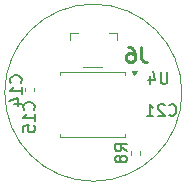
<source format=gbr>
%TF.GenerationSoftware,KiCad,Pcbnew,9.0.0*%
%TF.CreationDate,2025-03-13T16:48:28-04:00*%
%TF.ProjectId,IngestibleCapsule-Board_larger_vias,496e6765-7374-4696-926c-654361707375,rev?*%
%TF.SameCoordinates,Original*%
%TF.FileFunction,Legend,Bot*%
%TF.FilePolarity,Positive*%
%FSLAX46Y46*%
G04 Gerber Fmt 4.6, Leading zero omitted, Abs format (unit mm)*
G04 Created by KiCad (PCBNEW 9.0.0) date 2025-03-13 16:48:28*
%MOMM*%
%LPD*%
G01*
G04 APERTURE LIST*
%ADD10C,0.150000*%
%ADD11C,0.254000*%
%ADD12C,0.120000*%
%ADD13C,0.100000*%
%TA.AperFunction,Profile*%
%ADD14C,0.050000*%
%TD*%
G04 APERTURE END LIST*
D10*
X93839580Y-114157142D02*
X93887200Y-114109523D01*
X93887200Y-114109523D02*
X93934819Y-113966666D01*
X93934819Y-113966666D02*
X93934819Y-113871428D01*
X93934819Y-113871428D02*
X93887200Y-113728571D01*
X93887200Y-113728571D02*
X93791961Y-113633333D01*
X93791961Y-113633333D02*
X93696723Y-113585714D01*
X93696723Y-113585714D02*
X93506247Y-113538095D01*
X93506247Y-113538095D02*
X93363390Y-113538095D01*
X93363390Y-113538095D02*
X93172914Y-113585714D01*
X93172914Y-113585714D02*
X93077676Y-113633333D01*
X93077676Y-113633333D02*
X92982438Y-113728571D01*
X92982438Y-113728571D02*
X92934819Y-113871428D01*
X92934819Y-113871428D02*
X92934819Y-113966666D01*
X92934819Y-113966666D02*
X92982438Y-114109523D01*
X92982438Y-114109523D02*
X93030057Y-114157142D01*
X93934819Y-115109523D02*
X93934819Y-114538095D01*
X93934819Y-114823809D02*
X92934819Y-114823809D01*
X92934819Y-114823809D02*
X93077676Y-114728571D01*
X93077676Y-114728571D02*
X93172914Y-114633333D01*
X93172914Y-114633333D02*
X93220533Y-114538095D01*
X93268152Y-115966666D02*
X93934819Y-115966666D01*
X92887200Y-115728571D02*
X93601485Y-115490476D01*
X93601485Y-115490476D02*
X93601485Y-116109523D01*
D11*
X104053332Y-111144318D02*
X104053332Y-112051461D01*
X104053332Y-112051461D02*
X104113809Y-112232889D01*
X104113809Y-112232889D02*
X104234761Y-112353842D01*
X104234761Y-112353842D02*
X104416190Y-112414318D01*
X104416190Y-112414318D02*
X104537142Y-112414318D01*
X102904285Y-111144318D02*
X103146190Y-111144318D01*
X103146190Y-111144318D02*
X103267142Y-111204794D01*
X103267142Y-111204794D02*
X103327618Y-111265270D01*
X103327618Y-111265270D02*
X103448571Y-111446699D01*
X103448571Y-111446699D02*
X103509047Y-111688603D01*
X103509047Y-111688603D02*
X103509047Y-112172413D01*
X103509047Y-112172413D02*
X103448571Y-112293365D01*
X103448571Y-112293365D02*
X103388094Y-112353842D01*
X103388094Y-112353842D02*
X103267142Y-112414318D01*
X103267142Y-112414318D02*
X103025237Y-112414318D01*
X103025237Y-112414318D02*
X102904285Y-112353842D01*
X102904285Y-112353842D02*
X102843809Y-112293365D01*
X102843809Y-112293365D02*
X102783332Y-112172413D01*
X102783332Y-112172413D02*
X102783332Y-111870032D01*
X102783332Y-111870032D02*
X102843809Y-111749080D01*
X102843809Y-111749080D02*
X102904285Y-111688603D01*
X102904285Y-111688603D02*
X103025237Y-111628127D01*
X103025237Y-111628127D02*
X103267142Y-111628127D01*
X103267142Y-111628127D02*
X103388094Y-111688603D01*
X103388094Y-111688603D02*
X103448571Y-111749080D01*
X103448571Y-111749080D02*
X103509047Y-111870032D01*
D10*
X94959580Y-116437142D02*
X95007200Y-116389523D01*
X95007200Y-116389523D02*
X95054819Y-116246666D01*
X95054819Y-116246666D02*
X95054819Y-116151428D01*
X95054819Y-116151428D02*
X95007200Y-116008571D01*
X95007200Y-116008571D02*
X94911961Y-115913333D01*
X94911961Y-115913333D02*
X94816723Y-115865714D01*
X94816723Y-115865714D02*
X94626247Y-115818095D01*
X94626247Y-115818095D02*
X94483390Y-115818095D01*
X94483390Y-115818095D02*
X94292914Y-115865714D01*
X94292914Y-115865714D02*
X94197676Y-115913333D01*
X94197676Y-115913333D02*
X94102438Y-116008571D01*
X94102438Y-116008571D02*
X94054819Y-116151428D01*
X94054819Y-116151428D02*
X94054819Y-116246666D01*
X94054819Y-116246666D02*
X94102438Y-116389523D01*
X94102438Y-116389523D02*
X94150057Y-116437142D01*
X95054819Y-117389523D02*
X95054819Y-116818095D01*
X95054819Y-117103809D02*
X94054819Y-117103809D01*
X94054819Y-117103809D02*
X94197676Y-117008571D01*
X94197676Y-117008571D02*
X94292914Y-116913333D01*
X94292914Y-116913333D02*
X94340533Y-116818095D01*
X94054819Y-118294285D02*
X94054819Y-117818095D01*
X94054819Y-117818095D02*
X94531009Y-117770476D01*
X94531009Y-117770476D02*
X94483390Y-117818095D01*
X94483390Y-117818095D02*
X94435771Y-117913333D01*
X94435771Y-117913333D02*
X94435771Y-118151428D01*
X94435771Y-118151428D02*
X94483390Y-118246666D01*
X94483390Y-118246666D02*
X94531009Y-118294285D01*
X94531009Y-118294285D02*
X94626247Y-118341904D01*
X94626247Y-118341904D02*
X94864342Y-118341904D01*
X94864342Y-118341904D02*
X94959580Y-118294285D01*
X94959580Y-118294285D02*
X95007200Y-118246666D01*
X95007200Y-118246666D02*
X95054819Y-118151428D01*
X95054819Y-118151428D02*
X95054819Y-117913333D01*
X95054819Y-117913333D02*
X95007200Y-117818095D01*
X95007200Y-117818095D02*
X94959580Y-117770476D01*
X106417857Y-116884580D02*
X106465476Y-116932200D01*
X106465476Y-116932200D02*
X106608333Y-116979819D01*
X106608333Y-116979819D02*
X106703571Y-116979819D01*
X106703571Y-116979819D02*
X106846428Y-116932200D01*
X106846428Y-116932200D02*
X106941666Y-116836961D01*
X106941666Y-116836961D02*
X106989285Y-116741723D01*
X106989285Y-116741723D02*
X107036904Y-116551247D01*
X107036904Y-116551247D02*
X107036904Y-116408390D01*
X107036904Y-116408390D02*
X106989285Y-116217914D01*
X106989285Y-116217914D02*
X106941666Y-116122676D01*
X106941666Y-116122676D02*
X106846428Y-116027438D01*
X106846428Y-116027438D02*
X106703571Y-115979819D01*
X106703571Y-115979819D02*
X106608333Y-115979819D01*
X106608333Y-115979819D02*
X106465476Y-116027438D01*
X106465476Y-116027438D02*
X106417857Y-116075057D01*
X106036904Y-116075057D02*
X105989285Y-116027438D01*
X105989285Y-116027438D02*
X105894047Y-115979819D01*
X105894047Y-115979819D02*
X105655952Y-115979819D01*
X105655952Y-115979819D02*
X105560714Y-116027438D01*
X105560714Y-116027438D02*
X105513095Y-116075057D01*
X105513095Y-116075057D02*
X105465476Y-116170295D01*
X105465476Y-116170295D02*
X105465476Y-116265533D01*
X105465476Y-116265533D02*
X105513095Y-116408390D01*
X105513095Y-116408390D02*
X106084523Y-116979819D01*
X106084523Y-116979819D02*
X105465476Y-116979819D01*
X104513095Y-116979819D02*
X105084523Y-116979819D01*
X104798809Y-116979819D02*
X104798809Y-115979819D01*
X104798809Y-115979819D02*
X104894047Y-116122676D01*
X104894047Y-116122676D02*
X104989285Y-116217914D01*
X104989285Y-116217914D02*
X105084523Y-116265533D01*
X106259404Y-113249819D02*
X106259404Y-114059342D01*
X106259404Y-114059342D02*
X106211785Y-114154580D01*
X106211785Y-114154580D02*
X106164166Y-114202200D01*
X106164166Y-114202200D02*
X106068928Y-114249819D01*
X106068928Y-114249819D02*
X105878452Y-114249819D01*
X105878452Y-114249819D02*
X105783214Y-114202200D01*
X105783214Y-114202200D02*
X105735595Y-114154580D01*
X105735595Y-114154580D02*
X105687976Y-114059342D01*
X105687976Y-114059342D02*
X105687976Y-113249819D01*
X104783214Y-113583152D02*
X104783214Y-114249819D01*
X105021309Y-113202200D02*
X105259404Y-113916485D01*
X105259404Y-113916485D02*
X104640357Y-113916485D01*
X102854819Y-119953333D02*
X102378628Y-119620000D01*
X102854819Y-119381905D02*
X101854819Y-119381905D01*
X101854819Y-119381905D02*
X101854819Y-119762857D01*
X101854819Y-119762857D02*
X101902438Y-119858095D01*
X101902438Y-119858095D02*
X101950057Y-119905714D01*
X101950057Y-119905714D02*
X102045295Y-119953333D01*
X102045295Y-119953333D02*
X102188152Y-119953333D01*
X102188152Y-119953333D02*
X102283390Y-119905714D01*
X102283390Y-119905714D02*
X102331009Y-119858095D01*
X102331009Y-119858095D02*
X102378628Y-119762857D01*
X102378628Y-119762857D02*
X102378628Y-119381905D01*
X102283390Y-120524762D02*
X102235771Y-120429524D01*
X102235771Y-120429524D02*
X102188152Y-120381905D01*
X102188152Y-120381905D02*
X102092914Y-120334286D01*
X102092914Y-120334286D02*
X102045295Y-120334286D01*
X102045295Y-120334286D02*
X101950057Y-120381905D01*
X101950057Y-120381905D02*
X101902438Y-120429524D01*
X101902438Y-120429524D02*
X101854819Y-120524762D01*
X101854819Y-120524762D02*
X101854819Y-120715238D01*
X101854819Y-120715238D02*
X101902438Y-120810476D01*
X101902438Y-120810476D02*
X101950057Y-120858095D01*
X101950057Y-120858095D02*
X102045295Y-120905714D01*
X102045295Y-120905714D02*
X102092914Y-120905714D01*
X102092914Y-120905714D02*
X102188152Y-120858095D01*
X102188152Y-120858095D02*
X102235771Y-120810476D01*
X102235771Y-120810476D02*
X102283390Y-120715238D01*
X102283390Y-120715238D02*
X102283390Y-120524762D01*
X102283390Y-120524762D02*
X102331009Y-120429524D01*
X102331009Y-120429524D02*
X102378628Y-120381905D01*
X102378628Y-120381905D02*
X102473866Y-120334286D01*
X102473866Y-120334286D02*
X102664342Y-120334286D01*
X102664342Y-120334286D02*
X102759580Y-120381905D01*
X102759580Y-120381905D02*
X102807200Y-120429524D01*
X102807200Y-120429524D02*
X102854819Y-120524762D01*
X102854819Y-120524762D02*
X102854819Y-120715238D01*
X102854819Y-120715238D02*
X102807200Y-120810476D01*
X102807200Y-120810476D02*
X102759580Y-120858095D01*
X102759580Y-120858095D02*
X102664342Y-120905714D01*
X102664342Y-120905714D02*
X102473866Y-120905714D01*
X102473866Y-120905714D02*
X102378628Y-120858095D01*
X102378628Y-120858095D02*
X102331009Y-120810476D01*
X102331009Y-120810476D02*
X102283390Y-120715238D01*
D12*
%TO.C,C14*%
X94237500Y-114607164D02*
X94237500Y-114822836D01*
X94957500Y-114607164D02*
X94957500Y-114822836D01*
D13*
%TO.C,J6*%
X98000000Y-109938000D02*
X98000000Y-110563000D01*
X98700000Y-109938000D02*
X98000000Y-109938000D01*
X100700000Y-112838000D02*
X99100000Y-112838000D01*
X101300000Y-109938000D02*
X102000000Y-109938000D01*
X102000000Y-109938000D02*
X102000000Y-110563000D01*
D12*
%TO.C,U4*%
X97187500Y-113235000D02*
X97187500Y-113505000D01*
X97187500Y-118755000D02*
X97187500Y-118485000D01*
X99947500Y-113235000D02*
X97187500Y-113235000D01*
X99947500Y-113235000D02*
X102707500Y-113235000D01*
X99947500Y-118755000D02*
X97187500Y-118755000D01*
X99947500Y-118755000D02*
X102707500Y-118755000D01*
X102707500Y-113235000D02*
X102707500Y-113505000D01*
X102707500Y-118755000D02*
X102707500Y-118485000D01*
X103472500Y-113505000D02*
X103232500Y-113175000D01*
X103712500Y-113175000D01*
X103472500Y-113505000D01*
G36*
X103472500Y-113505000D02*
G01*
X103232500Y-113175000D01*
X103712500Y-113175000D01*
X103472500Y-113505000D01*
G37*
%TO.C,R8*%
X103217500Y-119966359D02*
X103217500Y-120273641D01*
X103977500Y-119966359D02*
X103977500Y-120273641D01*
%TD*%
D14*
X107500000Y-115000000D02*
G75*
G02*
X92500000Y-115000000I-7500000J0D01*
G01*
X92500000Y-115000000D02*
G75*
G02*
X107500000Y-115000000I7500000J0D01*
G01*
M02*

</source>
